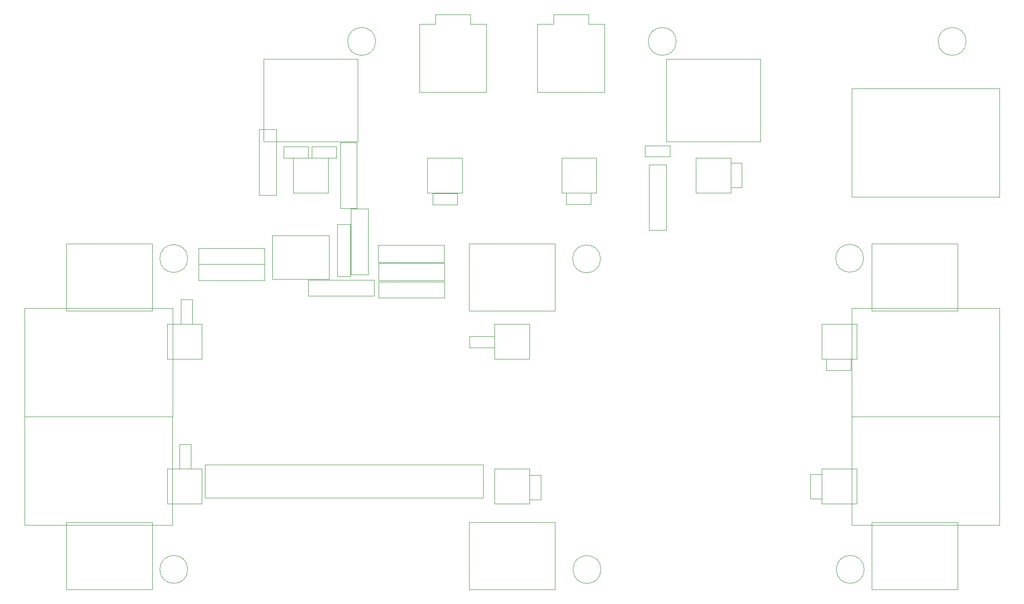
<source format=gbr>
%TF.GenerationSoftware,KiCad,Pcbnew,7.0.1.1-36-gbcf78dbe24-dirty-deb11*%
%TF.CreationDate,2023-03-25T21:54:38+00:00*%
%TF.ProjectId,pedalboard-hw,70656461-6c62-46f6-9172-642d68772e6b,0.0.1*%
%TF.SameCoordinates,Original*%
%TF.FileFunction,Other,User*%
%FSLAX46Y46*%
G04 Gerber Fmt 4.6, Leading zero omitted, Abs format (unit mm)*
G04 Created by KiCad (PCBNEW 7.0.1.1-36-gbcf78dbe24-dirty-deb11) date 2023-03-25 21:54:38*
%MOMM*%
%LPD*%
G01*
G04 APERTURE LIST*
%ADD10C,0.050000*%
G04 APERTURE END LIST*
D10*
%TO.C,H1*%
X170620000Y-121500000D02*
G75*
G03*
X170620000Y-121500000I-2600000J0D01*
G01*
%TO.C,C5*%
X147850000Y-45650000D02*
X145750000Y-45650000D01*
X145750000Y-45650000D02*
X145750000Y-50250000D01*
X147850000Y-50250000D02*
X147850000Y-45650000D01*
X145750000Y-50250000D02*
X147850000Y-50250000D01*
%TO.C,J16*%
X122250000Y-32450000D02*
X122250000Y-19750000D01*
X122250000Y-19750000D02*
X119250000Y-19750000D01*
X119250000Y-19750000D02*
X119250000Y-17950000D01*
X119250000Y-17950000D02*
X112750000Y-17950000D01*
X112750000Y-19750000D02*
X109750000Y-19750000D01*
X112750000Y-17950000D02*
X112750000Y-19750000D01*
X109750000Y-32450000D02*
X122250000Y-32450000D01*
X109750000Y-20000000D02*
X109750000Y-32450000D01*
X109750000Y-19750000D02*
X109750000Y-20000000D01*
%TO.C,H7*%
X135600000Y-23000000D02*
G75*
G03*
X135600000Y-23000000I-2600000J0D01*
G01*
%TO.C,J12*%
X41730000Y-92970000D02*
X41730000Y-113200000D01*
X41730000Y-92970000D02*
X14200000Y-92970000D01*
X14200000Y-113200000D02*
X41730000Y-113200000D01*
X14200000Y-92970000D02*
X14200000Y-113200000D01*
%TO.C,L5*%
X133760000Y-45970000D02*
X130560000Y-45970000D01*
X130560000Y-45970000D02*
X130560000Y-58230000D01*
X133760000Y-58230000D02*
X133760000Y-45970000D01*
X130560000Y-58230000D02*
X133760000Y-58230000D01*
%TO.C,D3*%
X114250000Y-44750000D02*
X114250000Y-51250000D01*
X114250000Y-51250000D02*
X120750000Y-51250000D01*
X120750000Y-44750000D02*
X114250000Y-44750000D01*
X120750000Y-51250000D02*
X120750000Y-44750000D01*
%TO.C,J11*%
X41765000Y-72770000D02*
X41765000Y-93000000D01*
X41765000Y-72770000D02*
X14235000Y-72770000D01*
X14235000Y-93000000D02*
X41765000Y-93000000D01*
X14235000Y-72770000D02*
X14235000Y-93000000D01*
%TO.C,J10*%
X168270000Y-113225000D02*
X168270000Y-92995000D01*
X168270000Y-113225000D02*
X195800000Y-113225000D01*
X195800000Y-92995000D02*
X168270000Y-92995000D01*
X195800000Y-113225000D02*
X195800000Y-92995000D01*
%TO.C,H5*%
X44600000Y-63500000D02*
G75*
G03*
X44600000Y-63500000I-2600000J0D01*
G01*
%TO.C,D4*%
X139250000Y-44750000D02*
X139250000Y-51250000D01*
X139250000Y-51250000D02*
X145750000Y-51250000D01*
X145750000Y-44750000D02*
X139250000Y-44750000D01*
X145750000Y-51250000D02*
X145750000Y-44750000D01*
%TO.C,C10*%
X110360000Y-103880000D02*
X108260000Y-103880000D01*
X108260000Y-103880000D02*
X108260000Y-108480000D01*
X110360000Y-108480000D02*
X110360000Y-103880000D01*
X108260000Y-108480000D02*
X110360000Y-108480000D01*
%TO.C,D7*%
X101750000Y-102750000D02*
X101750000Y-109250000D01*
X101750000Y-109250000D02*
X108250000Y-109250000D01*
X108250000Y-102750000D02*
X101750000Y-102750000D01*
X108250000Y-109250000D02*
X108250000Y-102750000D01*
%TO.C,H3*%
X121580000Y-121520000D02*
G75*
G03*
X121580000Y-121520000I-2600000J0D01*
G01*
%TO.C,J7*%
X47790000Y-108120000D02*
X99640000Y-108120000D01*
X99640000Y-108120000D02*
X99640000Y-101970000D01*
X47790000Y-101970000D02*
X47790000Y-108120000D01*
X99640000Y-101970000D02*
X47790000Y-101970000D01*
%TO.C,C11*%
X160570000Y-108350000D02*
X162670000Y-108350000D01*
X162670000Y-108350000D02*
X162670000Y-103750000D01*
X160570000Y-103750000D02*
X160570000Y-108350000D01*
X162670000Y-103750000D02*
X160570000Y-103750000D01*
%TO.C,C9*%
X43105000Y-102750000D02*
X45205000Y-102750000D01*
X45205000Y-102750000D02*
X45205000Y-98150000D01*
X43105000Y-98150000D02*
X43105000Y-102750000D01*
X45205000Y-98150000D02*
X43105000Y-98150000D01*
%TO.C,SW2*%
X97000000Y-60750000D02*
X97000000Y-73250000D01*
X97000000Y-73250000D02*
X113000000Y-73250000D01*
X113000000Y-60750000D02*
X97000000Y-60750000D01*
X113000000Y-73250000D02*
X113000000Y-60750000D01*
%TO.C,D9*%
X40750000Y-75750000D02*
X40750000Y-82250000D01*
X40750000Y-82250000D02*
X47250000Y-82250000D01*
X47250000Y-75750000D02*
X40750000Y-75750000D01*
X47250000Y-82250000D02*
X47250000Y-75750000D01*
%TO.C,R5*%
X73075000Y-54155000D02*
X76075000Y-54155000D01*
X76075000Y-54155000D02*
X76075000Y-41895000D01*
X73075000Y-41895000D02*
X73075000Y-54155000D01*
X76075000Y-41895000D02*
X73075000Y-41895000D01*
%TO.C,U2*%
X70925000Y-67350000D02*
X70925000Y-59200000D01*
X70925000Y-59200000D02*
X60375000Y-59200000D01*
X60375000Y-67350000D02*
X70925000Y-67350000D01*
X60375000Y-59200000D02*
X60375000Y-67350000D01*
%TO.C,H6*%
X79600000Y-23000000D02*
G75*
G03*
X79600000Y-23000000I-2600000J0D01*
G01*
%TO.C,J3*%
X168285000Y-52030000D02*
X168285000Y-31800000D01*
X168285000Y-52030000D02*
X195815000Y-52030000D01*
X195815000Y-31800000D02*
X168285000Y-31800000D01*
X195815000Y-52030000D02*
X195815000Y-31800000D01*
%TO.C,C1*%
X62425000Y-42650000D02*
X62425000Y-44750000D01*
X62425000Y-44750000D02*
X67025000Y-44750000D01*
X67025000Y-42650000D02*
X62425000Y-42650000D01*
X67025000Y-44750000D02*
X67025000Y-42650000D01*
%TO.C,D2*%
X89250000Y-44750000D02*
X89250000Y-51250000D01*
X89250000Y-51250000D02*
X95750000Y-51250000D01*
X95750000Y-44750000D02*
X89250000Y-44750000D01*
X95750000Y-51250000D02*
X95750000Y-44750000D01*
%TO.C,SW7*%
X58750000Y-26300000D02*
X58750000Y-41700000D01*
X58750000Y-26300000D02*
X76250000Y-26300000D01*
X76250000Y-41700000D02*
X58750000Y-41700000D01*
X76250000Y-41700000D02*
X76250000Y-26300000D01*
%TO.C,C2*%
X67700000Y-42625000D02*
X67700000Y-44725000D01*
X67700000Y-44725000D02*
X72300000Y-44725000D01*
X72300000Y-42625000D02*
X67700000Y-42625000D01*
X72300000Y-44725000D02*
X72300000Y-42625000D01*
%TO.C,C8*%
X163520000Y-82250000D02*
X163520000Y-84350000D01*
X163520000Y-84350000D02*
X168120000Y-84350000D01*
X168120000Y-82250000D02*
X163520000Y-82250000D01*
X168120000Y-84350000D02*
X168120000Y-82250000D01*
%TO.C,R1*%
X79330000Y-70480000D02*
X79330000Y-67480000D01*
X79330000Y-67480000D02*
X67070000Y-67480000D01*
X67070000Y-70480000D02*
X79330000Y-70480000D01*
X67070000Y-67480000D02*
X67070000Y-70480000D01*
%TO.C,H2*%
X170500000Y-63450000D02*
G75*
G03*
X170500000Y-63450000I-2600000J0D01*
G01*
%TO.C,D1*%
X64250000Y-44750000D02*
X64250000Y-51250000D01*
X64250000Y-51250000D02*
X70750000Y-51250000D01*
X70750000Y-44750000D02*
X64250000Y-44750000D01*
X70750000Y-51250000D02*
X70750000Y-44750000D01*
%TO.C,C3*%
X90200000Y-51350000D02*
X90200000Y-53450000D01*
X90200000Y-53450000D02*
X94800000Y-53450000D01*
X94800000Y-51350000D02*
X90200000Y-51350000D01*
X94800000Y-53450000D02*
X94800000Y-51350000D01*
%TO.C,H9*%
X44600000Y-121500000D02*
G75*
G03*
X44600000Y-121500000I-2600000J0D01*
G01*
%TO.C,J9*%
X168270000Y-93010000D02*
X168270000Y-72780000D01*
X168270000Y-93010000D02*
X195800000Y-93010000D01*
X195800000Y-72780000D02*
X168270000Y-72780000D01*
X195800000Y-93010000D02*
X195800000Y-72780000D01*
%TO.C,SW1*%
X22000000Y-60750000D02*
X22000000Y-73250000D01*
X22000000Y-73250000D02*
X38000000Y-73250000D01*
X38000000Y-60750000D02*
X22000000Y-60750000D01*
X38000000Y-73250000D02*
X38000000Y-60750000D01*
%TO.C,C12*%
X129790000Y-42420000D02*
X129790000Y-44520000D01*
X129790000Y-44520000D02*
X134390000Y-44520000D01*
X134390000Y-42420000D02*
X129790000Y-42420000D01*
X134390000Y-44520000D02*
X134390000Y-42420000D01*
%TO.C,R3*%
X46645000Y-61550000D02*
X46645000Y-64550000D01*
X46645000Y-64550000D02*
X58905000Y-64550000D01*
X58905000Y-61550000D02*
X46645000Y-61550000D01*
X58905000Y-64550000D02*
X58905000Y-61550000D01*
%TO.C,D5*%
X162750000Y-75750000D02*
X162750000Y-82250000D01*
X162750000Y-82250000D02*
X169250000Y-82250000D01*
X169250000Y-75750000D02*
X162750000Y-75750000D01*
X169250000Y-82250000D02*
X169250000Y-75750000D01*
%TO.C,R4*%
X80140000Y-67840000D02*
X80140000Y-70840000D01*
X80140000Y-70840000D02*
X92400000Y-70840000D01*
X92400000Y-67840000D02*
X80140000Y-67840000D01*
X92400000Y-70840000D02*
X92400000Y-67840000D01*
%TO.C,D10*%
X40750000Y-102750000D02*
X40750000Y-109250000D01*
X40750000Y-109250000D02*
X47250000Y-109250000D01*
X47250000Y-102750000D02*
X40750000Y-102750000D01*
X47250000Y-109250000D02*
X47250000Y-102750000D01*
%TO.C,L1*%
X78200000Y-54220000D02*
X75000000Y-54220000D01*
X75000000Y-54220000D02*
X75000000Y-66480000D01*
X78200000Y-66480000D02*
X78200000Y-54220000D01*
X75000000Y-66480000D02*
X78200000Y-66480000D01*
%TO.C,D11*%
X72450000Y-66825000D02*
X74950000Y-66825000D01*
X74950000Y-66825000D02*
X74950000Y-57105000D01*
X72450000Y-57105000D02*
X72450000Y-66825000D01*
X74950000Y-57105000D02*
X72450000Y-57105000D01*
%TO.C,C4*%
X115100000Y-51250000D02*
X115100000Y-53350000D01*
X115100000Y-53350000D02*
X119700000Y-53350000D01*
X119700000Y-51250000D02*
X115100000Y-51250000D01*
X119700000Y-53350000D02*
X119700000Y-51250000D01*
%TO.C,L2*%
X92330000Y-64175000D02*
X92330000Y-60975000D01*
X92330000Y-60975000D02*
X80070000Y-60975000D01*
X80070000Y-64175000D02*
X92330000Y-64175000D01*
X80070000Y-60975000D02*
X80070000Y-64175000D01*
%TO.C,H4*%
X121500000Y-63565600D02*
G75*
G03*
X121500000Y-63565600I-2600000J0D01*
G01*
%TO.C,D6*%
X162750000Y-102750000D02*
X162750000Y-109250000D01*
X162750000Y-109250000D02*
X169250000Y-109250000D01*
X169250000Y-102750000D02*
X162750000Y-102750000D01*
X169250000Y-109250000D02*
X169250000Y-102750000D01*
%TO.C,SW6*%
X172000000Y-112750000D02*
X172000000Y-125250000D01*
X172000000Y-125250000D02*
X188000000Y-125250000D01*
X188000000Y-112750000D02*
X172000000Y-112750000D01*
X188000000Y-125250000D02*
X188000000Y-112750000D01*
%TO.C,SW3*%
X172000000Y-60750000D02*
X172000000Y-73250000D01*
X172000000Y-73250000D02*
X188000000Y-73250000D01*
X188000000Y-60750000D02*
X172000000Y-60750000D01*
X188000000Y-73250000D02*
X188000000Y-60750000D01*
%TO.C,C7*%
X101720000Y-80100000D02*
X101720000Y-78000000D01*
X101720000Y-78000000D02*
X97120000Y-78000000D01*
X97120000Y-80100000D02*
X101720000Y-80100000D01*
X97120000Y-78000000D02*
X97120000Y-80100000D01*
%TO.C,SW4*%
X22000000Y-112750000D02*
X22000000Y-125250000D01*
X22000000Y-125250000D02*
X38000000Y-125250000D01*
X38000000Y-112750000D02*
X22000000Y-112750000D01*
X38000000Y-125250000D02*
X38000000Y-112750000D01*
%TO.C,H8*%
X189600000Y-23000000D02*
G75*
G03*
X189600000Y-23000000I-2600000J0D01*
G01*
%TO.C,L4*%
X92400000Y-67580000D02*
X92400000Y-64380000D01*
X92400000Y-64380000D02*
X80140000Y-64380000D01*
X80140000Y-67580000D02*
X92400000Y-67580000D01*
X80140000Y-64380000D02*
X80140000Y-67580000D01*
%TO.C,SW8*%
X133750000Y-26300000D02*
X133750000Y-41700000D01*
X133750000Y-26300000D02*
X151250000Y-26300000D01*
X151250000Y-41700000D02*
X133750000Y-41700000D01*
X151250000Y-41700000D02*
X151250000Y-26300000D01*
%TO.C,R2*%
X46645000Y-64550000D02*
X46645000Y-67550000D01*
X46645000Y-67550000D02*
X58905000Y-67550000D01*
X58905000Y-64550000D02*
X46645000Y-64550000D01*
X58905000Y-67550000D02*
X58905000Y-64550000D01*
%TO.C,SW5*%
X97000000Y-112750000D02*
X97000000Y-125250000D01*
X97000000Y-125250000D02*
X113000000Y-125250000D01*
X113000000Y-112750000D02*
X97000000Y-112750000D01*
X113000000Y-125250000D02*
X113000000Y-112750000D01*
%TO.C,C6*%
X45405000Y-71150000D02*
X43305000Y-71150000D01*
X43305000Y-71150000D02*
X43305000Y-75750000D01*
X45405000Y-75750000D02*
X45405000Y-71150000D01*
X43305000Y-75750000D02*
X45405000Y-75750000D01*
%TO.C,D8*%
X101750000Y-75750000D02*
X101750000Y-82250000D01*
X101750000Y-82250000D02*
X108250000Y-82250000D01*
X108250000Y-75750000D02*
X101750000Y-75750000D01*
X108250000Y-82250000D02*
X108250000Y-75750000D01*
%TO.C,L3*%
X61100000Y-39395000D02*
X57900000Y-39395000D01*
X57900000Y-39395000D02*
X57900000Y-51655000D01*
X61100000Y-51655000D02*
X61100000Y-39395000D01*
X57900000Y-51655000D02*
X61100000Y-51655000D01*
%TO.C,J17*%
X100250000Y-32450000D02*
X100250000Y-19750000D01*
X100250000Y-19750000D02*
X97250000Y-19750000D01*
X97250000Y-19750000D02*
X97250000Y-17950000D01*
X97250000Y-17950000D02*
X90750000Y-17950000D01*
X90750000Y-19750000D02*
X87750000Y-19750000D01*
X90750000Y-17950000D02*
X90750000Y-19750000D01*
X87750000Y-32450000D02*
X100250000Y-32450000D01*
X87750000Y-20000000D02*
X87750000Y-32450000D01*
X87750000Y-19750000D02*
X87750000Y-20000000D01*
%TD*%
M02*

</source>
